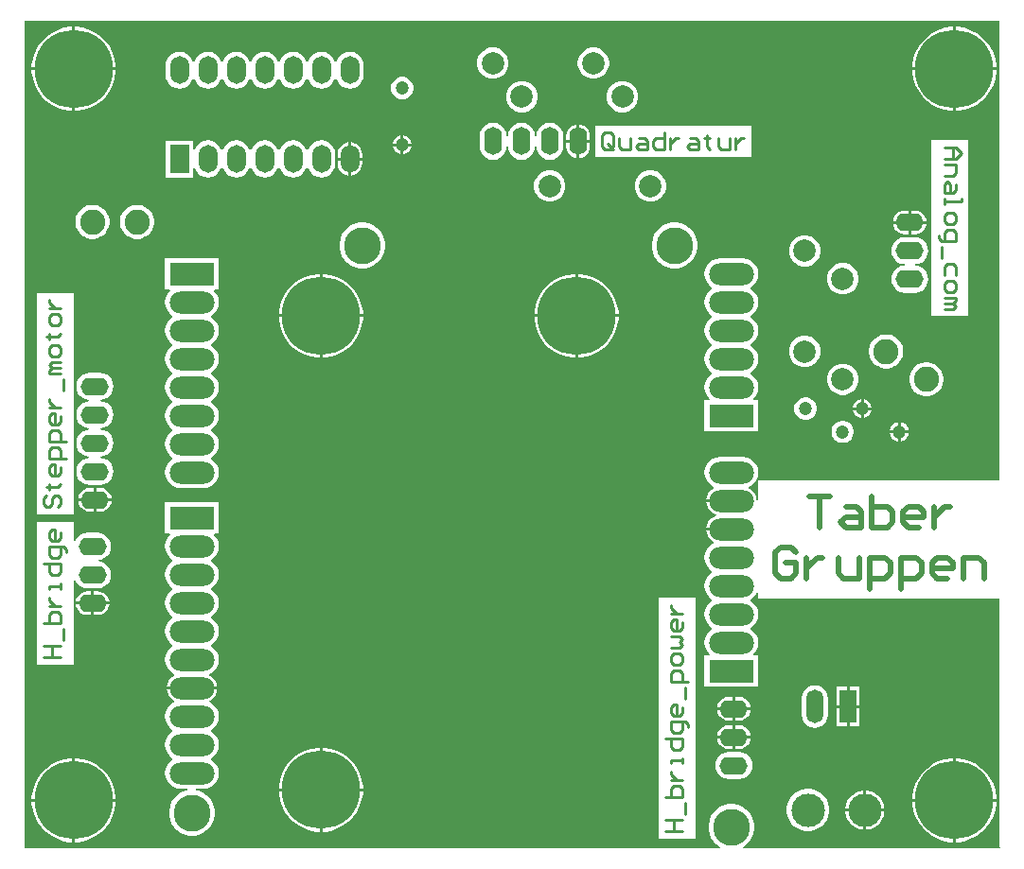
<source format=gbr>
%TF.GenerationSoftware,Altium Limited,Altium Designer,24.6.1 (21)*%
G04 Layer_Physical_Order=1*
G04 Layer_Color=255*
%FSLAX45Y45*%
%MOMM*%
%TF.SameCoordinates,00C5B58C-7B9D-40F4-BCB4-C120E55E61B4*%
%TF.FilePolarity,Positive*%
%TF.FileFunction,Copper,L1,Top,Signal*%
%TF.Part,Single*%
G01*
G75*
%TA.AperFunction,NonConductor*%
%ADD10C,0.50000*%
%ADD11C,0.25400*%
%TA.AperFunction,ComponentPad*%
%ADD12O,1.60000X2.50000*%
%ADD13O,2.50000X1.60000*%
%ADD14C,1.20000*%
%ADD15O,4.00000X2.00000*%
%ADD16R,4.00000X2.00000*%
%ADD17C,3.30000*%
%ADD18C,2.25000*%
%ADD19C,2.00000*%
%ADD20R,1.67600X2.50000*%
%ADD21O,1.67600X2.50000*%
%ADD22C,3.00000*%
%ADD23C,7.00000*%
%ADD24R,1.50000X3.00000*%
%ADD25O,1.50000X3.00000*%
G36*
X11260000Y5832253D02*
X9102824D01*
Y5659608D01*
X9090124Y5658776D01*
X9086772Y5684236D01*
X9074137Y5714741D01*
X9054036Y5740936D01*
X9027841Y5761037D01*
X9020087Y5764249D01*
Y5776949D01*
X9035204Y5783210D01*
X9064449Y5805651D01*
X9086890Y5834896D01*
X9100996Y5868953D01*
X9105808Y5905500D01*
X9100996Y5942047D01*
X9086890Y5976104D01*
X9064449Y6005349D01*
X9035204Y6027790D01*
X9001147Y6041896D01*
X8964600Y6046708D01*
X8764600D01*
X8728053Y6041896D01*
X8693996Y6027790D01*
X8664751Y6005349D01*
X8642310Y5976104D01*
X8628204Y5942047D01*
X8623392Y5905500D01*
X8628204Y5868953D01*
X8642310Y5834896D01*
X8664751Y5805651D01*
X8693996Y5783210D01*
X8709113Y5776949D01*
Y5764249D01*
X8701359Y5761037D01*
X8675164Y5740936D01*
X8655063Y5714741D01*
X8642428Y5684236D01*
X8639790Y5664200D01*
X8864600D01*
Y5638800D01*
X8639790D01*
X8642428Y5618764D01*
X8655063Y5588259D01*
X8675164Y5562064D01*
X8701359Y5541963D01*
X8726926Y5531373D01*
Y5517627D01*
X8701359Y5507037D01*
X8675164Y5486936D01*
X8655063Y5460741D01*
X8642428Y5430236D01*
X8639790Y5410200D01*
X8864600D01*
Y5384800D01*
X8639790D01*
X8642428Y5364764D01*
X8655063Y5334259D01*
X8675164Y5308064D01*
X8701359Y5287963D01*
X8709113Y5284751D01*
Y5272051D01*
X8693996Y5265790D01*
X8664751Y5243349D01*
X8642310Y5214104D01*
X8628204Y5180047D01*
X8623392Y5143500D01*
X8628204Y5106953D01*
X8642310Y5072896D01*
X8664751Y5043651D01*
X8690335Y5024020D01*
X8691362Y5020588D01*
Y5012412D01*
X8690335Y5008980D01*
X8664751Y4989349D01*
X8642310Y4960104D01*
X8628204Y4926047D01*
X8623392Y4889500D01*
X8628204Y4852953D01*
X8642310Y4818896D01*
X8664751Y4789651D01*
X8690335Y4770020D01*
X8691362Y4766588D01*
Y4758412D01*
X8690335Y4754980D01*
X8664751Y4735349D01*
X8642310Y4706104D01*
X8628204Y4672047D01*
X8623392Y4635500D01*
X8628204Y4598953D01*
X8642310Y4564896D01*
X8664751Y4535651D01*
X8690335Y4516020D01*
X8691362Y4512588D01*
Y4504412D01*
X8690335Y4500980D01*
X8664751Y4481349D01*
X8642310Y4452104D01*
X8628204Y4418047D01*
X8623392Y4381500D01*
X8628204Y4344953D01*
X8642310Y4310896D01*
X8664751Y4281651D01*
X8667520Y4279526D01*
X8663438Y4267500D01*
X8624600D01*
Y3987500D01*
X9104600D01*
Y4267500D01*
X9065762D01*
X9061680Y4279526D01*
X9064449Y4281651D01*
X9086890Y4310896D01*
X9100996Y4344953D01*
X9105808Y4381500D01*
X9100996Y4418047D01*
X9086890Y4452104D01*
X9064449Y4481349D01*
X9038865Y4500980D01*
X9037838Y4504412D01*
Y4512588D01*
X9038865Y4516020D01*
X9064449Y4535651D01*
X9086890Y4564896D01*
X9100996Y4598953D01*
X9105808Y4635500D01*
X9100996Y4672047D01*
X9086890Y4706104D01*
X9064449Y4735349D01*
X9038865Y4754980D01*
X9037838Y4758412D01*
Y4766588D01*
X9038865Y4770020D01*
X9064449Y4789651D01*
X9086890Y4818896D01*
X9090124Y4826705D01*
X9102824Y4824178D01*
Y4772500D01*
X11260000D01*
Y2560000D01*
X11270000Y2550000D01*
X11260000Y2540000D01*
X8971346D01*
X8967494Y2552700D01*
X8995280Y2571266D01*
X9023834Y2599820D01*
X9046268Y2633396D01*
X9061722Y2670704D01*
X9069600Y2710309D01*
Y2750691D01*
X9061722Y2790296D01*
X9046268Y2827604D01*
X9023834Y2861180D01*
X8995280Y2889734D01*
X8961704Y2912168D01*
X8924396Y2927622D01*
X8884791Y2935500D01*
X8844409D01*
X8804804Y2927622D01*
X8767496Y2912168D01*
X8733920Y2889734D01*
X8705366Y2861180D01*
X8682932Y2827604D01*
X8667478Y2790296D01*
X8659600Y2750691D01*
Y2710309D01*
X8667478Y2670704D01*
X8682932Y2633396D01*
X8705366Y2599820D01*
X8733920Y2571266D01*
X8761706Y2552700D01*
X8757854Y2540000D01*
X2540000D01*
Y9940000D01*
X2544142Y9950000D01*
X11260000D01*
Y5832253D01*
D02*
G37*
%LPC*%
G36*
X5452000Y9673068D02*
X5419682Y9668814D01*
X5389566Y9656339D01*
X5363705Y9636495D01*
X5343861Y9610634D01*
X5331387Y9580519D01*
X5318613D01*
X5306139Y9610634D01*
X5286295Y9636495D01*
X5260434Y9656339D01*
X5230318Y9668814D01*
X5198000Y9673068D01*
X5165682Y9668814D01*
X5135566Y9656339D01*
X5109705Y9636495D01*
X5089861Y9610634D01*
X5077387Y9580519D01*
X5064613D01*
X5052139Y9610634D01*
X5032295Y9636495D01*
X5006434Y9656339D01*
X4976318Y9668814D01*
X4944000Y9673068D01*
X4911682Y9668814D01*
X4881566Y9656339D01*
X4855705Y9636495D01*
X4835861Y9610634D01*
X4823387Y9580519D01*
X4810613D01*
X4798139Y9610634D01*
X4778295Y9636495D01*
X4752434Y9656339D01*
X4722318Y9668814D01*
X4690000Y9673068D01*
X4657682Y9668814D01*
X4627566Y9656339D01*
X4601705Y9636495D01*
X4581861Y9610634D01*
X4569387Y9580519D01*
X4556613D01*
X4544139Y9610634D01*
X4524295Y9636495D01*
X4498434Y9656339D01*
X4468318Y9668814D01*
X4436000Y9673068D01*
X4403682Y9668814D01*
X4373566Y9656339D01*
X4347705Y9636495D01*
X4327861Y9610634D01*
X4315387Y9580519D01*
X4302613D01*
X4290139Y9610634D01*
X4270295Y9636495D01*
X4244434Y9656339D01*
X4214318Y9668814D01*
X4182000Y9673068D01*
X4149682Y9668814D01*
X4119566Y9656339D01*
X4093705Y9636495D01*
X4073861Y9610634D01*
X4061387Y9580519D01*
X4048613D01*
X4036139Y9610634D01*
X4016295Y9636495D01*
X3990434Y9656339D01*
X3960318Y9668814D01*
X3928000Y9673068D01*
X3895682Y9668814D01*
X3865566Y9656339D01*
X3839705Y9636495D01*
X3819861Y9610634D01*
X3807387Y9580518D01*
X3803132Y9548200D01*
Y9465800D01*
X3807387Y9433482D01*
X3819861Y9403366D01*
X3839705Y9377505D01*
X3865566Y9357661D01*
X3895682Y9345187D01*
X3928000Y9340932D01*
X3960318Y9345187D01*
X3990434Y9357661D01*
X4016295Y9377505D01*
X4036139Y9403366D01*
X4048613Y9433482D01*
X4061387D01*
X4073861Y9403366D01*
X4093705Y9377505D01*
X4119566Y9357661D01*
X4149682Y9345187D01*
X4182000Y9340932D01*
X4214318Y9345187D01*
X4244434Y9357661D01*
X4270295Y9377505D01*
X4290139Y9403366D01*
X4302613Y9433482D01*
X4315387D01*
X4327861Y9403366D01*
X4347705Y9377505D01*
X4373566Y9357661D01*
X4403682Y9345187D01*
X4436000Y9340932D01*
X4468318Y9345187D01*
X4498434Y9357661D01*
X4524295Y9377505D01*
X4544139Y9403366D01*
X4556613Y9433482D01*
X4569387D01*
X4581861Y9403366D01*
X4601705Y9377505D01*
X4627566Y9357661D01*
X4657682Y9345187D01*
X4690000Y9340932D01*
X4722318Y9345187D01*
X4752434Y9357661D01*
X4778295Y9377505D01*
X4798139Y9403366D01*
X4810613Y9433482D01*
X4823387D01*
X4835861Y9403366D01*
X4855705Y9377505D01*
X4881566Y9357661D01*
X4911682Y9345187D01*
X4944000Y9340932D01*
X4976318Y9345187D01*
X5006434Y9357661D01*
X5032295Y9377505D01*
X5052139Y9403366D01*
X5064613Y9433482D01*
X5077387D01*
X5089861Y9403366D01*
X5109705Y9377505D01*
X5135566Y9357661D01*
X5165682Y9345187D01*
X5198000Y9340932D01*
X5230318Y9345187D01*
X5260434Y9357661D01*
X5286295Y9377505D01*
X5306139Y9403366D01*
X5318613Y9433482D01*
X5331387D01*
X5343861Y9403366D01*
X5363705Y9377505D01*
X5389566Y9357661D01*
X5419682Y9345187D01*
X5452000Y9340932D01*
X5484318Y9345187D01*
X5514434Y9357661D01*
X5540295Y9377505D01*
X5560139Y9403366D01*
X5572613Y9433482D01*
X5576868Y9465800D01*
Y9548200D01*
X5572613Y9580518D01*
X5560139Y9610634D01*
X5540295Y9636495D01*
X5514434Y9656339D01*
X5484318Y9668814D01*
X5452000Y9673068D01*
D02*
G37*
G36*
X10889545Y9895400D02*
X10872700D01*
Y9532700D01*
X11235400D01*
Y9549545D01*
X11226157Y9607906D01*
X11207897Y9664104D01*
X11181071Y9716752D01*
X11146339Y9764557D01*
X11104557Y9806339D01*
X11056753Y9841071D01*
X11004104Y9867897D01*
X10947906Y9886157D01*
X10889545Y9895400D01*
D02*
G37*
G36*
X10847300D02*
X10830456D01*
X10772094Y9886157D01*
X10715897Y9867897D01*
X10663248Y9841071D01*
X10615443Y9806339D01*
X10573661Y9764557D01*
X10538929Y9716752D01*
X10512103Y9664104D01*
X10493844Y9607906D01*
X10484600Y9549545D01*
Y9532700D01*
X10847300D01*
Y9895400D01*
D02*
G37*
G36*
X3009544D02*
X2992700D01*
Y9532700D01*
X3355400D01*
Y9549545D01*
X3346156Y9607906D01*
X3327897Y9664104D01*
X3301071Y9716752D01*
X3266339Y9764557D01*
X3224557Y9806339D01*
X3176752Y9841071D01*
X3124103Y9867897D01*
X3067906Y9886157D01*
X3009544Y9895400D01*
D02*
G37*
G36*
X2967300D02*
X2950455D01*
X2892094Y9886157D01*
X2835896Y9867897D01*
X2783247Y9841071D01*
X2735443Y9806339D01*
X2693661Y9764557D01*
X2658929Y9716752D01*
X2632103Y9664104D01*
X2613843Y9607906D01*
X2604600Y9549545D01*
Y9532700D01*
X2967300D01*
Y9895400D01*
D02*
G37*
G36*
X7648431Y9710000D02*
X7611569D01*
X7575962Y9700459D01*
X7544038Y9682028D01*
X7517972Y9655962D01*
X7499541Y9624038D01*
X7490000Y9588431D01*
Y9551569D01*
X7499541Y9515962D01*
X7517972Y9484038D01*
X7544038Y9457972D01*
X7575962Y9439541D01*
X7611569Y9430000D01*
X7648431D01*
X7684038Y9439541D01*
X7715962Y9457972D01*
X7742028Y9484038D01*
X7760459Y9515962D01*
X7770000Y9551569D01*
Y9588431D01*
X7760459Y9624038D01*
X7742028Y9655962D01*
X7715962Y9682028D01*
X7684038Y9700459D01*
X7648431Y9710000D01*
D02*
G37*
G36*
X6748431D02*
X6711569D01*
X6675962Y9700459D01*
X6644038Y9682028D01*
X6617972Y9655962D01*
X6599541Y9624038D01*
X6590000Y9588431D01*
Y9551569D01*
X6599541Y9515962D01*
X6617972Y9484038D01*
X6644038Y9457972D01*
X6675962Y9439541D01*
X6711569Y9430000D01*
X6748431D01*
X6784038Y9439541D01*
X6815962Y9457972D01*
X6842028Y9484038D01*
X6860459Y9515962D01*
X6870000Y9551569D01*
Y9588431D01*
X6860459Y9624038D01*
X6842028Y9655962D01*
X6815962Y9682028D01*
X6784038Y9700459D01*
X6748431Y9710000D01*
D02*
G37*
G36*
X5933165Y9448000D02*
X5906835D01*
X5881402Y9441185D01*
X5858599Y9428020D01*
X5839980Y9409401D01*
X5826815Y9386598D01*
X5820000Y9361165D01*
Y9334835D01*
X5826815Y9309402D01*
X5839980Y9286599D01*
X5858599Y9267980D01*
X5881402Y9254815D01*
X5906835Y9248000D01*
X5933165D01*
X5958598Y9254815D01*
X5981401Y9267980D01*
X6000020Y9286599D01*
X6013185Y9309402D01*
X6020000Y9334835D01*
Y9361165D01*
X6013185Y9386598D01*
X6000020Y9409401D01*
X5981401Y9428020D01*
X5958598Y9441185D01*
X5933165Y9448000D01*
D02*
G37*
G36*
X11235400Y9507300D02*
X10872700D01*
Y9144600D01*
X10889545D01*
X10947906Y9153844D01*
X11004104Y9172103D01*
X11056753Y9198929D01*
X11104557Y9233661D01*
X11146339Y9275443D01*
X11181071Y9323248D01*
X11207897Y9375896D01*
X11226157Y9432094D01*
X11235400Y9490455D01*
Y9507300D01*
D02*
G37*
G36*
X10847300D02*
X10484600D01*
Y9490455D01*
X10493844Y9432094D01*
X10512103Y9375896D01*
X10538929Y9323248D01*
X10573661Y9275443D01*
X10615443Y9233661D01*
X10663248Y9198929D01*
X10715897Y9172103D01*
X10772094Y9153844D01*
X10830456Y9144600D01*
X10847300D01*
Y9507300D01*
D02*
G37*
G36*
X3355400D02*
X2992700D01*
Y9144600D01*
X3009544D01*
X3067906Y9153844D01*
X3124103Y9172103D01*
X3176752Y9198929D01*
X3224557Y9233661D01*
X3266339Y9275443D01*
X3301071Y9323248D01*
X3327897Y9375896D01*
X3346156Y9432094D01*
X3355400Y9490455D01*
Y9507300D01*
D02*
G37*
G36*
X2967300D02*
X2604600D01*
Y9490455D01*
X2613843Y9432094D01*
X2632103Y9375896D01*
X2658929Y9323248D01*
X2693661Y9275443D01*
X2735443Y9233661D01*
X2783247Y9198929D01*
X2835896Y9172103D01*
X2892094Y9153844D01*
X2950455Y9144600D01*
X2967300D01*
Y9507300D01*
D02*
G37*
G36*
X7908431Y9410000D02*
X7871569D01*
X7835962Y9400459D01*
X7804038Y9382028D01*
X7777972Y9355962D01*
X7759541Y9324038D01*
X7750000Y9288431D01*
Y9251569D01*
X7759541Y9215962D01*
X7777972Y9184038D01*
X7804038Y9157972D01*
X7835962Y9139541D01*
X7871569Y9130000D01*
X7908431D01*
X7944038Y9139541D01*
X7975962Y9157972D01*
X8002028Y9184038D01*
X8020459Y9215962D01*
X8030000Y9251569D01*
Y9288431D01*
X8020459Y9324038D01*
X8002028Y9355962D01*
X7975962Y9382028D01*
X7944038Y9400459D01*
X7908431Y9410000D01*
D02*
G37*
G36*
X7008431D02*
X6971569D01*
X6935962Y9400459D01*
X6904038Y9382028D01*
X6877972Y9355962D01*
X6859541Y9324038D01*
X6850000Y9288431D01*
Y9251569D01*
X6859541Y9215962D01*
X6877972Y9184038D01*
X6904038Y9157972D01*
X6935962Y9139541D01*
X6971569Y9130000D01*
X7008431D01*
X7044038Y9139541D01*
X7075962Y9157972D01*
X7102028Y9184038D01*
X7120459Y9215962D01*
X7130000Y9251569D01*
Y9288431D01*
X7120459Y9324038D01*
X7102028Y9355962D01*
X7075962Y9382028D01*
X7044038Y9400459D01*
X7008431Y9410000D01*
D02*
G37*
G36*
X7240000Y9036036D02*
X7208674Y9031911D01*
X7179482Y9019820D01*
X7154415Y9000585D01*
X7135180Y8975518D01*
X7123089Y8946327D01*
X7119405Y8918343D01*
X7106595D01*
X7102911Y8946327D01*
X7090820Y8975518D01*
X7071585Y9000585D01*
X7046518Y9019820D01*
X7017326Y9031911D01*
X6986000Y9036036D01*
X6954674Y9031911D01*
X6925482Y9019820D01*
X6900415Y9000585D01*
X6881180Y8975518D01*
X6869089Y8946327D01*
X6865405Y8918343D01*
X6852595D01*
X6848911Y8946327D01*
X6836820Y8975518D01*
X6817585Y9000585D01*
X6792518Y9019820D01*
X6763326Y9031911D01*
X6732000Y9036036D01*
X6700674Y9031911D01*
X6671482Y9019820D01*
X6646415Y9000585D01*
X6627180Y8975518D01*
X6615089Y8946327D01*
X6610965Y8915000D01*
Y8825000D01*
X6615089Y8793674D01*
X6627180Y8764482D01*
X6646415Y8739415D01*
X6671482Y8720180D01*
X6700674Y8708089D01*
X6732000Y8703965D01*
X6763326Y8708089D01*
X6792518Y8720180D01*
X6817585Y8739415D01*
X6836820Y8764482D01*
X6848911Y8793674D01*
X6852595Y8821657D01*
X6865405D01*
X6869089Y8793674D01*
X6881180Y8764482D01*
X6900415Y8739415D01*
X6925482Y8720180D01*
X6954674Y8708089D01*
X6986000Y8703965D01*
X7017326Y8708089D01*
X7046518Y8720180D01*
X7071585Y8739415D01*
X7090820Y8764482D01*
X7102911Y8793674D01*
X7106595Y8821657D01*
X7119405D01*
X7123089Y8793674D01*
X7135180Y8764482D01*
X7154415Y8739415D01*
X7179482Y8720180D01*
X7208674Y8708089D01*
X7240000Y8703965D01*
X7271326Y8708089D01*
X7300518Y8720180D01*
X7325585Y8739415D01*
X7344820Y8764482D01*
X7356911Y8793674D01*
X7361035Y8825000D01*
Y8915000D01*
X7356911Y8946327D01*
X7344820Y8975518D01*
X7325585Y9000585D01*
X7300518Y9019820D01*
X7271326Y9031911D01*
X7240000Y9036036D01*
D02*
G37*
G36*
X7506700Y9019638D02*
Y8882700D01*
X7600309D01*
Y8915000D01*
X7596687Y8942515D01*
X7586067Y8968155D01*
X7569172Y8990172D01*
X7547155Y9007067D01*
X7521515Y9017687D01*
X7506700Y9019638D01*
D02*
G37*
G36*
X7481300D02*
X7466485Y9017687D01*
X7440845Y9007067D01*
X7418828Y8990172D01*
X7401933Y8968155D01*
X7391313Y8942515D01*
X7387691Y8915000D01*
Y8882700D01*
X7481300D01*
Y9019638D01*
D02*
G37*
G36*
X5932701Y8925009D02*
Y8852700D01*
X6005010D01*
X5999580Y8872963D01*
X5988337Y8892437D01*
X5972437Y8908337D01*
X5952963Y8919580D01*
X5932701Y8925009D01*
D02*
G37*
G36*
X5907301Y8925010D02*
X5887037Y8919580D01*
X5867563Y8908337D01*
X5851663Y8892437D01*
X5840420Y8872963D01*
X5834991Y8852700D01*
X5907301D01*
Y8925010D01*
D02*
G37*
G36*
X5198000Y8879068D02*
X5165682Y8874814D01*
X5135566Y8862339D01*
X5109705Y8842495D01*
X5089861Y8816634D01*
X5077387Y8786519D01*
X5064613D01*
X5052139Y8816634D01*
X5032295Y8842495D01*
X5006434Y8862339D01*
X4976318Y8874814D01*
X4944000Y8879068D01*
X4911682Y8874814D01*
X4881566Y8862339D01*
X4855705Y8842495D01*
X4835861Y8816634D01*
X4823387Y8786519D01*
X4810613D01*
X4798139Y8816634D01*
X4778295Y8842495D01*
X4752434Y8862339D01*
X4722318Y8874814D01*
X4690000Y8879068D01*
X4657682Y8874814D01*
X4627566Y8862339D01*
X4601705Y8842495D01*
X4581861Y8816634D01*
X4569387Y8786519D01*
X4556613D01*
X4544139Y8816634D01*
X4524295Y8842495D01*
X4498434Y8862339D01*
X4468318Y8874814D01*
X4436000Y8879068D01*
X4403682Y8874814D01*
X4373566Y8862339D01*
X4347705Y8842495D01*
X4327861Y8816634D01*
X4315387Y8786519D01*
X4302613D01*
X4290139Y8816634D01*
X4270295Y8842495D01*
X4244434Y8862339D01*
X4214318Y8874814D01*
X4182000Y8879068D01*
X4149682Y8874814D01*
X4119566Y8862339D01*
X4093705Y8842495D01*
X4073861Y8816634D01*
X4064500Y8794035D01*
X4051800Y8796561D01*
Y8878000D01*
X3804200D01*
Y8548000D01*
X4051800D01*
Y8629439D01*
X4064500Y8631965D01*
X4073861Y8609366D01*
X4093705Y8583505D01*
X4119566Y8563661D01*
X4149682Y8551187D01*
X4182000Y8546932D01*
X4214318Y8551187D01*
X4244434Y8563661D01*
X4270295Y8583505D01*
X4290139Y8609366D01*
X4302613Y8639482D01*
X4315387D01*
X4327861Y8609366D01*
X4347705Y8583505D01*
X4373566Y8563661D01*
X4403682Y8551187D01*
X4436000Y8546932D01*
X4468318Y8551187D01*
X4498434Y8563661D01*
X4524295Y8583505D01*
X4544139Y8609366D01*
X4556613Y8639482D01*
X4569387D01*
X4581861Y8609366D01*
X4601705Y8583505D01*
X4627566Y8563661D01*
X4657682Y8551187D01*
X4690000Y8546932D01*
X4722318Y8551187D01*
X4752434Y8563661D01*
X4778295Y8583505D01*
X4798139Y8609366D01*
X4810613Y8639482D01*
X4823387D01*
X4835861Y8609366D01*
X4855705Y8583505D01*
X4881566Y8563661D01*
X4911682Y8551187D01*
X4944000Y8546932D01*
X4976318Y8551187D01*
X5006434Y8563661D01*
X5032295Y8583505D01*
X5052139Y8609366D01*
X5064613Y8639482D01*
X5077387D01*
X5089861Y8609366D01*
X5109705Y8583505D01*
X5135566Y8563661D01*
X5165682Y8551187D01*
X5198000Y8546932D01*
X5230318Y8551187D01*
X5260434Y8563661D01*
X5286295Y8583505D01*
X5306139Y8609366D01*
X5318613Y8639482D01*
X5322868Y8671800D01*
Y8754200D01*
X5318613Y8786518D01*
X5306139Y8816634D01*
X5286295Y8842495D01*
X5260434Y8862339D01*
X5230318Y8874814D01*
X5198000Y8879068D01*
D02*
G37*
G36*
X6005010Y8827300D02*
X5932701D01*
Y8754991D01*
X5952963Y8760420D01*
X5972437Y8771663D01*
X5988337Y8787563D01*
X5999580Y8807037D01*
X6005010Y8827300D01*
D02*
G37*
G36*
X5907301D02*
X5834991D01*
X5840420Y8807037D01*
X5851663Y8787563D01*
X5867563Y8771663D01*
X5887037Y8760420D01*
X5907301Y8754990D01*
Y8827300D01*
D02*
G37*
G36*
X9045195Y9011575D02*
X7644806D01*
Y8728425D01*
X9045195D01*
Y9011575D01*
D02*
G37*
G36*
X5464701Y8862670D02*
Y8725700D01*
X5562142D01*
Y8754200D01*
X5558389Y8782707D01*
X5547386Y8809271D01*
X5529882Y8832082D01*
X5507071Y8849586D01*
X5480507Y8860589D01*
X5464701Y8862670D01*
D02*
G37*
G36*
X5439301Y8862671D02*
X5423493Y8860589D01*
X5396929Y8849586D01*
X5374118Y8832082D01*
X5356614Y8809271D01*
X5345611Y8782707D01*
X5341858Y8754200D01*
Y8725700D01*
X5439301D01*
Y8862671D01*
D02*
G37*
G36*
X7600309Y8857300D02*
X7506700D01*
Y8720362D01*
X7521515Y8722313D01*
X7547155Y8732933D01*
X7569172Y8749828D01*
X7586067Y8771845D01*
X7596687Y8797485D01*
X7600309Y8825000D01*
Y8857300D01*
D02*
G37*
G36*
X7481300D02*
X7387691D01*
Y8825000D01*
X7391313Y8797485D01*
X7401933Y8771845D01*
X7418828Y8749828D01*
X7440845Y8732933D01*
X7466485Y8722313D01*
X7481300Y8720362D01*
Y8857300D01*
D02*
G37*
G36*
X5562142Y8700300D02*
X5464701D01*
Y8563330D01*
X5480507Y8565411D01*
X5507071Y8576414D01*
X5529882Y8593918D01*
X5547386Y8616729D01*
X5558389Y8643293D01*
X5562142Y8671800D01*
Y8700300D01*
D02*
G37*
G36*
X5439301D02*
X5341858D01*
Y8671800D01*
X5345611Y8643293D01*
X5356614Y8616729D01*
X5374118Y8593918D01*
X5396929Y8576414D01*
X5423493Y8565411D01*
X5439301Y8563330D01*
Y8700300D01*
D02*
G37*
G36*
X8158431Y8610000D02*
X8121569D01*
X8085962Y8600459D01*
X8054038Y8582028D01*
X8027972Y8555962D01*
X8009541Y8524038D01*
X8000000Y8488431D01*
Y8451569D01*
X8009541Y8415962D01*
X8027972Y8384038D01*
X8054038Y8357972D01*
X8085962Y8339541D01*
X8121569Y8330000D01*
X8158431D01*
X8194038Y8339541D01*
X8225962Y8357972D01*
X8252028Y8384038D01*
X8270459Y8415962D01*
X8280000Y8451569D01*
Y8488431D01*
X8270459Y8524038D01*
X8252028Y8555962D01*
X8225962Y8582028D01*
X8194038Y8600459D01*
X8158431Y8610000D01*
D02*
G37*
G36*
X7258431D02*
X7221569D01*
X7185962Y8600459D01*
X7154038Y8582028D01*
X7127972Y8555962D01*
X7109541Y8524038D01*
X7100000Y8488431D01*
Y8451569D01*
X7109541Y8415962D01*
X7127972Y8384038D01*
X7154038Y8357972D01*
X7185962Y8339541D01*
X7221569Y8330000D01*
X7258431D01*
X7294038Y8339541D01*
X7325962Y8357972D01*
X7352028Y8384038D01*
X7370459Y8415962D01*
X7380000Y8451569D01*
Y8488431D01*
X7370459Y8524038D01*
X7352028Y8555962D01*
X7325962Y8582028D01*
X7294038Y8600459D01*
X7258431Y8610000D01*
D02*
G37*
G36*
X10505000Y8250309D02*
X10472700D01*
Y8156699D01*
X10609638D01*
X10607687Y8171515D01*
X10597067Y8197155D01*
X10580172Y8219172D01*
X10558155Y8236067D01*
X10532515Y8246687D01*
X10505000Y8250309D01*
D02*
G37*
G36*
X10447300D02*
X10415000D01*
X10387485Y8246687D01*
X10361845Y8236067D01*
X10339828Y8219172D01*
X10322933Y8197155D01*
X10312313Y8171515D01*
X10310362Y8156699D01*
X10447300D01*
Y8250309D01*
D02*
G37*
G36*
X10609637Y8131299D02*
X10472700D01*
Y8037691D01*
X10505000D01*
X10532515Y8041313D01*
X10558155Y8051933D01*
X10580172Y8068828D01*
X10597067Y8090845D01*
X10607687Y8116485D01*
X10609637Y8131299D01*
D02*
G37*
G36*
X10447300D02*
X10310362D01*
X10312313Y8116485D01*
X10322933Y8090845D01*
X10339828Y8068828D01*
X10361845Y8051933D01*
X10387485Y8041313D01*
X10415000Y8037691D01*
X10447300D01*
Y8131299D01*
D02*
G37*
G36*
X3562520Y8302500D02*
X3532480D01*
X3503017Y8296639D01*
X3475264Y8285143D01*
X3450287Y8268454D01*
X3429045Y8247213D01*
X3412356Y8222236D01*
X3400861Y8194482D01*
X3395000Y8165020D01*
Y8134980D01*
X3400861Y8105517D01*
X3412356Y8077764D01*
X3429045Y8052787D01*
X3450287Y8031546D01*
X3475264Y8014856D01*
X3503017Y8003361D01*
X3532480Y7997500D01*
X3562520D01*
X3591982Y8003361D01*
X3619736Y8014856D01*
X3644713Y8031546D01*
X3665954Y8052787D01*
X3682643Y8077764D01*
X3694139Y8105517D01*
X3700000Y8134980D01*
Y8165020D01*
X3694139Y8194482D01*
X3682643Y8222236D01*
X3665954Y8247213D01*
X3644713Y8268454D01*
X3619736Y8285143D01*
X3591982Y8296639D01*
X3562520Y8302500D01*
D02*
G37*
G36*
X3162520D02*
X3132480D01*
X3103017Y8296639D01*
X3075264Y8285143D01*
X3050287Y8268454D01*
X3029046Y8247213D01*
X3012356Y8222236D01*
X3000861Y8194482D01*
X2995000Y8165020D01*
Y8134980D01*
X3000861Y8105517D01*
X3012356Y8077764D01*
X3029046Y8052787D01*
X3050287Y8031546D01*
X3075264Y8014856D01*
X3103017Y8003361D01*
X3132480Y7997500D01*
X3162520D01*
X3191982Y8003361D01*
X3219736Y8014856D01*
X3244713Y8031546D01*
X3265954Y8052787D01*
X3282643Y8077764D01*
X3294139Y8105517D01*
X3300000Y8134980D01*
Y8165020D01*
X3294139Y8194482D01*
X3282643Y8222236D01*
X3265954Y8247213D01*
X3244713Y8268454D01*
X3219736Y8285143D01*
X3191982Y8296639D01*
X3162520Y8302500D01*
D02*
G37*
G36*
X9538431Y8030000D02*
X9501569D01*
X9465962Y8020459D01*
X9434038Y8002028D01*
X9407972Y7975962D01*
X9389541Y7944038D01*
X9380000Y7908431D01*
Y7871569D01*
X9389541Y7835962D01*
X9407972Y7804038D01*
X9434038Y7777972D01*
X9465962Y7759541D01*
X9501569Y7750000D01*
X9538431D01*
X9574038Y7759541D01*
X9605962Y7777972D01*
X9632028Y7804038D01*
X9650459Y7835962D01*
X9660000Y7871569D01*
Y7908431D01*
X9650459Y7944038D01*
X9632028Y7975962D01*
X9605962Y8002028D01*
X9574038Y8020459D01*
X9538431Y8030000D01*
D02*
G37*
G36*
X8376791Y8142500D02*
X8336409D01*
X8296804Y8134622D01*
X8259496Y8119168D01*
X8225920Y8096734D01*
X8197366Y8068180D01*
X8174932Y8034604D01*
X8159478Y7997296D01*
X8151600Y7957691D01*
Y7917309D01*
X8159478Y7877704D01*
X8174932Y7840396D01*
X8197366Y7806820D01*
X8225920Y7778266D01*
X8259496Y7755832D01*
X8296804Y7740378D01*
X8336409Y7732500D01*
X8376791D01*
X8416396Y7740378D01*
X8453704Y7755832D01*
X8487280Y7778266D01*
X8515834Y7806820D01*
X8538268Y7840396D01*
X8553722Y7877704D01*
X8561600Y7917309D01*
Y7957691D01*
X8553722Y7997296D01*
X8538268Y8034604D01*
X8515834Y8068180D01*
X8487280Y8096734D01*
X8453704Y8119168D01*
X8416396Y8134622D01*
X8376791Y8142500D01*
D02*
G37*
G36*
X5582791D02*
X5542409D01*
X5502804Y8134622D01*
X5465496Y8119168D01*
X5431920Y8096734D01*
X5403366Y8068180D01*
X5380932Y8034604D01*
X5365478Y7997296D01*
X5357600Y7957691D01*
Y7917309D01*
X5365478Y7877704D01*
X5380932Y7840396D01*
X5403366Y7806820D01*
X5431920Y7778266D01*
X5465496Y7755832D01*
X5502804Y7740378D01*
X5542409Y7732500D01*
X5582791D01*
X5622396Y7740378D01*
X5659704Y7755832D01*
X5693280Y7778266D01*
X5721834Y7806820D01*
X5744268Y7840396D01*
X5759722Y7877704D01*
X5767600Y7917309D01*
Y7957691D01*
X5759722Y7997296D01*
X5744268Y8034604D01*
X5721834Y8068180D01*
X5693280Y8096734D01*
X5659704Y8119168D01*
X5622396Y8134622D01*
X5582791Y8142500D01*
D02*
G37*
G36*
X10505000Y8011035D02*
X10415000D01*
X10383673Y8006911D01*
X10354482Y7994820D01*
X10329415Y7975585D01*
X10310180Y7950517D01*
X10298089Y7921326D01*
X10293964Y7890000D01*
X10298089Y7858674D01*
X10310180Y7829482D01*
X10329415Y7804415D01*
X10354482Y7785180D01*
X10383673Y7773089D01*
X10411657Y7769405D01*
Y7756595D01*
X10383673Y7752911D01*
X10354482Y7740820D01*
X10329415Y7721585D01*
X10310180Y7696518D01*
X10298089Y7667326D01*
X10293964Y7636000D01*
X10298089Y7604674D01*
X10310180Y7575482D01*
X10329415Y7550415D01*
X10354482Y7531180D01*
X10383673Y7519089D01*
X10415000Y7514965D01*
X10505000D01*
X10536326Y7519089D01*
X10565518Y7531180D01*
X10590585Y7550415D01*
X10609820Y7575482D01*
X10621911Y7604674D01*
X10626035Y7636000D01*
X10621911Y7667326D01*
X10609820Y7696518D01*
X10590585Y7721585D01*
X10565518Y7740820D01*
X10536326Y7752911D01*
X10508343Y7756595D01*
Y7769405D01*
X10536326Y7773089D01*
X10565518Y7785180D01*
X10590585Y7804415D01*
X10609820Y7829482D01*
X10621911Y7858674D01*
X10626035Y7890000D01*
X10621911Y7921326D01*
X10609820Y7950517D01*
X10590585Y7975585D01*
X10565518Y7994820D01*
X10536326Y8006911D01*
X10505000Y8011035D01*
D02*
G37*
G36*
X9878431Y7780000D02*
X9841569D01*
X9805962Y7770459D01*
X9774038Y7752028D01*
X9747972Y7725962D01*
X9729541Y7694038D01*
X9720000Y7658431D01*
Y7621569D01*
X9729541Y7585962D01*
X9747972Y7554038D01*
X9774038Y7527972D01*
X9805962Y7509541D01*
X9841569Y7500000D01*
X9878431D01*
X9914038Y7509541D01*
X9945962Y7527972D01*
X9972028Y7554038D01*
X9990459Y7585962D01*
X10000000Y7621569D01*
Y7658431D01*
X9990459Y7694038D01*
X9972028Y7725962D01*
X9945962Y7752028D01*
X9914038Y7770459D01*
X9878431Y7780000D01*
D02*
G37*
G36*
X7509345Y7684202D02*
X7492501D01*
Y7321502D01*
X7855201D01*
Y7338347D01*
X7845957Y7396708D01*
X7827698Y7452906D01*
X7800872Y7505554D01*
X7766140Y7553359D01*
X7724358Y7595141D01*
X7676553Y7629873D01*
X7623904Y7656699D01*
X7567707Y7674958D01*
X7509345Y7684202D01*
D02*
G37*
G36*
X7467101D02*
X7450256D01*
X7391895Y7674958D01*
X7335697Y7656699D01*
X7283048Y7629873D01*
X7235244Y7595141D01*
X7193462Y7553359D01*
X7158730Y7505554D01*
X7131904Y7452906D01*
X7113644Y7396708D01*
X7104401Y7338347D01*
Y7321502D01*
X7467101D01*
Y7684202D01*
D02*
G37*
G36*
X5223345D02*
X5206501D01*
Y7321502D01*
X5569201D01*
Y7338347D01*
X5559957Y7396708D01*
X5541698Y7452906D01*
X5514872Y7505554D01*
X5480140Y7553359D01*
X5438358Y7595141D01*
X5390553Y7629873D01*
X5337904Y7656699D01*
X5281707Y7674958D01*
X5223345Y7684202D01*
D02*
G37*
G36*
X5181101D02*
X5164256D01*
X5105895Y7674958D01*
X5049697Y7656699D01*
X4997048Y7629873D01*
X4949244Y7595141D01*
X4907462Y7553359D01*
X4872730Y7505554D01*
X4845904Y7452906D01*
X4827644Y7396708D01*
X4818401Y7338347D01*
Y7321502D01*
X5181101D01*
Y7684202D01*
D02*
G37*
G36*
X10986967Y8883066D02*
X10653033D01*
Y7304934D01*
X10986967D01*
Y8883066D01*
D02*
G37*
G36*
X7855201Y7296102D02*
X7492501D01*
Y6933402D01*
X7509345D01*
X7567707Y6942645D01*
X7623904Y6960905D01*
X7676553Y6987731D01*
X7724358Y7022463D01*
X7766140Y7064245D01*
X7800872Y7112050D01*
X7827698Y7164698D01*
X7845957Y7220896D01*
X7855201Y7279257D01*
Y7296102D01*
D02*
G37*
G36*
X7467101D02*
X7104401D01*
Y7279257D01*
X7113644Y7220896D01*
X7131904Y7164698D01*
X7158730Y7112050D01*
X7193462Y7064245D01*
X7235244Y7022463D01*
X7283048Y6987731D01*
X7335697Y6960905D01*
X7391895Y6942645D01*
X7450256Y6933402D01*
X7467101D01*
Y7296102D01*
D02*
G37*
G36*
X5569201D02*
X5206501D01*
Y6933402D01*
X5223345D01*
X5281707Y6942645D01*
X5337904Y6960905D01*
X5390553Y6987731D01*
X5438358Y7022463D01*
X5480140Y7064245D01*
X5514872Y7112050D01*
X5541698Y7164698D01*
X5559957Y7220896D01*
X5569201Y7279257D01*
Y7296102D01*
D02*
G37*
G36*
X5181101D02*
X4818401D01*
Y7279257D01*
X4827644Y7220896D01*
X4845904Y7164698D01*
X4872730Y7112050D01*
X4907462Y7064245D01*
X4949244Y7022463D01*
X4997048Y6987731D01*
X5049697Y6960905D01*
X5105895Y6942645D01*
X5164256Y6933402D01*
X5181101D01*
Y7296102D01*
D02*
G37*
G36*
X9538431Y7130000D02*
X9501569D01*
X9465962Y7120459D01*
X9434038Y7102028D01*
X9407972Y7075962D01*
X9389541Y7044038D01*
X9380000Y7008431D01*
Y6971569D01*
X9389541Y6935962D01*
X9407972Y6904038D01*
X9434038Y6877972D01*
X9465962Y6859541D01*
X9501569Y6850000D01*
X9538431D01*
X9574038Y6859541D01*
X9605962Y6877972D01*
X9632028Y6904038D01*
X9650459Y6935962D01*
X9660000Y6971569D01*
Y7008431D01*
X9650459Y7044038D01*
X9632028Y7075962D01*
X9605962Y7102028D01*
X9574038Y7120459D01*
X9538431Y7130000D01*
D02*
G37*
G36*
X10265020Y7142500D02*
X10234980D01*
X10205518Y7136639D01*
X10177764Y7125143D01*
X10152787Y7108454D01*
X10131546Y7087213D01*
X10114857Y7062236D01*
X10103361Y7034483D01*
X10097500Y7005020D01*
Y6974980D01*
X10103361Y6945517D01*
X10114857Y6917764D01*
X10131546Y6892787D01*
X10152787Y6871546D01*
X10177764Y6854856D01*
X10205518Y6843361D01*
X10234980Y6837500D01*
X10265020D01*
X10294483Y6843361D01*
X10322236Y6854856D01*
X10347213Y6871546D01*
X10368454Y6892787D01*
X10385144Y6917764D01*
X10396639Y6945517D01*
X10402500Y6974980D01*
Y7005020D01*
X10396639Y7034483D01*
X10385144Y7062236D01*
X10368454Y7087213D01*
X10347213Y7108454D01*
X10322236Y7125143D01*
X10294483Y7136639D01*
X10265020Y7142500D01*
D02*
G37*
G36*
X9878431Y6880000D02*
X9841569D01*
X9805962Y6870459D01*
X9774038Y6852028D01*
X9747972Y6825962D01*
X9729541Y6794038D01*
X9720000Y6758431D01*
Y6721569D01*
X9729541Y6685962D01*
X9747972Y6654038D01*
X9774038Y6627972D01*
X9805962Y6609541D01*
X9841569Y6600000D01*
X9878431D01*
X9914038Y6609541D01*
X9945962Y6627972D01*
X9972028Y6654038D01*
X9990459Y6685962D01*
X10000000Y6721569D01*
Y6758431D01*
X9990459Y6794038D01*
X9972028Y6825962D01*
X9945962Y6852028D01*
X9914038Y6870459D01*
X9878431Y6880000D01*
D02*
G37*
G36*
X10625020Y6892500D02*
X10594980D01*
X10565518Y6886639D01*
X10537764Y6875143D01*
X10512787Y6858454D01*
X10491546Y6837213D01*
X10474857Y6812236D01*
X10463361Y6784482D01*
X10457500Y6755020D01*
Y6724980D01*
X10463361Y6695517D01*
X10474857Y6667764D01*
X10491546Y6642787D01*
X10512787Y6621546D01*
X10537764Y6604856D01*
X10565518Y6593361D01*
X10594980Y6587500D01*
X10625020D01*
X10654483Y6593361D01*
X10682236Y6604856D01*
X10707213Y6621546D01*
X10728455Y6642787D01*
X10745144Y6667764D01*
X10756639Y6695517D01*
X10762500Y6724980D01*
Y6755020D01*
X10756639Y6784482D01*
X10745144Y6812236D01*
X10728455Y6837213D01*
X10707213Y6858454D01*
X10682236Y6875143D01*
X10654483Y6886639D01*
X10625020Y6892500D01*
D02*
G37*
G36*
X10048201Y6562510D02*
Y6490200D01*
X10120510D01*
X10115080Y6510463D01*
X10103837Y6529937D01*
X10087937Y6545837D01*
X10068463Y6557080D01*
X10048201Y6562510D01*
D02*
G37*
G36*
X10022801Y6562510D02*
X10002537Y6557080D01*
X9983063Y6545837D01*
X9967163Y6529937D01*
X9955920Y6510463D01*
X9950490Y6490200D01*
X10022801D01*
Y6562510D01*
D02*
G37*
G36*
X10120510Y6464800D02*
X10048201D01*
Y6392491D01*
X10068463Y6397920D01*
X10087937Y6409163D01*
X10103837Y6425063D01*
X10115080Y6444537D01*
X10120510Y6464800D01*
D02*
G37*
G36*
X10022801D02*
X9950491D01*
X9955920Y6444537D01*
X9967163Y6425063D01*
X9983063Y6409163D01*
X10002537Y6397920D01*
X10022801Y6392490D01*
Y6464800D01*
D02*
G37*
G36*
X9540665Y6577500D02*
X9514335D01*
X9488902Y6570685D01*
X9466099Y6557520D01*
X9447480Y6538901D01*
X9434315Y6516098D01*
X9427500Y6490665D01*
Y6464335D01*
X9434315Y6438902D01*
X9447480Y6416099D01*
X9466099Y6397480D01*
X9488902Y6384315D01*
X9514335Y6377500D01*
X9540665D01*
X9566098Y6384315D01*
X9588901Y6397480D01*
X9607520Y6416099D01*
X9620685Y6438902D01*
X9627500Y6464335D01*
Y6490665D01*
X9620685Y6516098D01*
X9607520Y6538901D01*
X9588901Y6557520D01*
X9566098Y6570685D01*
X9540665Y6577500D01*
D02*
G37*
G36*
X10380699Y6355010D02*
Y6282700D01*
X10453009D01*
X10447580Y6302963D01*
X10436337Y6322437D01*
X10420437Y6338337D01*
X10400963Y6349580D01*
X10380699Y6355010D01*
D02*
G37*
G36*
X10355299Y6355009D02*
X10335037Y6349580D01*
X10315563Y6338337D01*
X10299663Y6322437D01*
X10288420Y6302963D01*
X10282991Y6282700D01*
X10355299D01*
Y6355009D01*
D02*
G37*
G36*
X8964600Y7824708D02*
X8764600D01*
X8728053Y7819896D01*
X8693996Y7805790D01*
X8664751Y7783349D01*
X8642310Y7754104D01*
X8628204Y7720047D01*
X8623392Y7683500D01*
X8628204Y7646953D01*
X8642310Y7612896D01*
X8664751Y7583651D01*
X8690335Y7564020D01*
X8691362Y7560588D01*
Y7552412D01*
X8690335Y7548980D01*
X8664751Y7529349D01*
X8642310Y7500104D01*
X8628204Y7466047D01*
X8623392Y7429500D01*
X8628204Y7392953D01*
X8642310Y7358896D01*
X8664751Y7329651D01*
X8690335Y7310020D01*
X8691362Y7306588D01*
Y7298412D01*
X8690335Y7294980D01*
X8664751Y7275349D01*
X8642310Y7246104D01*
X8628204Y7212047D01*
X8623392Y7175500D01*
X8628204Y7138953D01*
X8642310Y7104896D01*
X8664751Y7075651D01*
X8690335Y7056020D01*
X8691362Y7052588D01*
Y7044412D01*
X8690335Y7040980D01*
X8664751Y7021349D01*
X8642310Y6992104D01*
X8628204Y6958047D01*
X8623392Y6921500D01*
X8628204Y6884953D01*
X8642310Y6850896D01*
X8664751Y6821651D01*
X8690335Y6802020D01*
X8691362Y6798588D01*
Y6790412D01*
X8690335Y6786980D01*
X8664751Y6767349D01*
X8642310Y6738104D01*
X8628204Y6704047D01*
X8623392Y6667500D01*
X8628204Y6630953D01*
X8642310Y6596896D01*
X8664751Y6567651D01*
X8667520Y6565526D01*
X8663438Y6553500D01*
X8624600D01*
Y6273500D01*
X9104600D01*
Y6553500D01*
X9065762D01*
X9061680Y6565526D01*
X9064449Y6567651D01*
X9086890Y6596896D01*
X9100996Y6630953D01*
X9105808Y6667500D01*
X9100996Y6704047D01*
X9086890Y6738104D01*
X9064449Y6767349D01*
X9038865Y6786980D01*
X9037838Y6790412D01*
Y6798588D01*
X9038865Y6802020D01*
X9064449Y6821651D01*
X9086890Y6850896D01*
X9100996Y6884953D01*
X9105808Y6921500D01*
X9100996Y6958047D01*
X9086890Y6992104D01*
X9064449Y7021349D01*
X9038865Y7040980D01*
X9037838Y7044412D01*
Y7052588D01*
X9038865Y7056020D01*
X9064449Y7075651D01*
X9086890Y7104896D01*
X9100996Y7138953D01*
X9105808Y7175500D01*
X9100996Y7212047D01*
X9086890Y7246104D01*
X9064449Y7275349D01*
X9038865Y7294980D01*
X9037838Y7298412D01*
Y7306588D01*
X9038865Y7310020D01*
X9064449Y7329651D01*
X9086890Y7358896D01*
X9100996Y7392953D01*
X9105808Y7429500D01*
X9100996Y7466047D01*
X9086890Y7500104D01*
X9064449Y7529349D01*
X9038865Y7548980D01*
X9037838Y7552412D01*
Y7560588D01*
X9038865Y7564020D01*
X9064449Y7583651D01*
X9086890Y7612896D01*
X9100996Y7646953D01*
X9105808Y7683500D01*
X9100996Y7720047D01*
X9086890Y7754104D01*
X9064449Y7783349D01*
X9035204Y7805790D01*
X9001147Y7819896D01*
X8964600Y7824708D01*
D02*
G37*
G36*
X10355299Y6257300D02*
X10282990D01*
X10288420Y6237037D01*
X10299663Y6217563D01*
X10315563Y6201663D01*
X10335037Y6190420D01*
X10355299Y6184991D01*
Y6257300D01*
D02*
G37*
G36*
X10453010D02*
X10380699D01*
Y6184990D01*
X10400963Y6190420D01*
X10420437Y6201663D01*
X10436337Y6217563D01*
X10447580Y6237037D01*
X10453010Y6257300D01*
D02*
G37*
G36*
X9873165Y6370000D02*
X9846835D01*
X9821402Y6363185D01*
X9798599Y6350020D01*
X9779980Y6331401D01*
X9766815Y6308598D01*
X9760000Y6283165D01*
Y6256835D01*
X9766815Y6231402D01*
X9779980Y6208599D01*
X9798599Y6189980D01*
X9821402Y6176815D01*
X9846835Y6170000D01*
X9873165D01*
X9898598Y6176815D01*
X9921401Y6189980D01*
X9940020Y6208599D01*
X9953185Y6231402D01*
X9960000Y6256835D01*
Y6283165D01*
X9953185Y6308598D01*
X9940020Y6331401D01*
X9921401Y6350020D01*
X9898598Y6363185D01*
X9873165Y6370000D01*
D02*
G37*
G36*
X3215000Y6797535D02*
X3125000D01*
X3093674Y6793411D01*
X3064482Y6781320D01*
X3039415Y6762085D01*
X3020180Y6737018D01*
X3008089Y6707826D01*
X3003965Y6676500D01*
X3008089Y6645174D01*
X3020180Y6615982D01*
X3039415Y6590915D01*
X3064482Y6571680D01*
X3093674Y6559589D01*
X3121657Y6555905D01*
Y6543095D01*
X3093674Y6539411D01*
X3064482Y6527320D01*
X3039415Y6508085D01*
X3020180Y6483018D01*
X3008089Y6453826D01*
X3003965Y6422500D01*
X3008089Y6391174D01*
X3020180Y6361982D01*
X3039415Y6336915D01*
X3064482Y6317680D01*
X3093674Y6305589D01*
X3121657Y6301905D01*
Y6289095D01*
X3093674Y6285411D01*
X3064482Y6273320D01*
X3039415Y6254085D01*
X3020180Y6229018D01*
X3008089Y6199826D01*
X3003965Y6168500D01*
X3008089Y6137174D01*
X3020180Y6107982D01*
X3039415Y6082915D01*
X3064482Y6063680D01*
X3093674Y6051589D01*
X3121657Y6047905D01*
Y6035095D01*
X3093674Y6031411D01*
X3064482Y6019320D01*
X3039415Y6000085D01*
X3020180Y5975018D01*
X3008089Y5945826D01*
X3003965Y5914500D01*
X3008089Y5883174D01*
X3020180Y5853982D01*
X3039415Y5828915D01*
X3064482Y5809680D01*
X3093674Y5797589D01*
X3125000Y5793465D01*
X3215000D01*
X3246327Y5797589D01*
X3275518Y5809680D01*
X3300585Y5828915D01*
X3319820Y5853982D01*
X3331911Y5883174D01*
X3336035Y5914500D01*
X3331911Y5945826D01*
X3319820Y5975018D01*
X3300585Y6000085D01*
X3275518Y6019320D01*
X3246327Y6031411D01*
X3218343Y6035095D01*
Y6047905D01*
X3246327Y6051589D01*
X3275518Y6063680D01*
X3300585Y6082915D01*
X3319820Y6107982D01*
X3331911Y6137174D01*
X3336035Y6168500D01*
X3331911Y6199826D01*
X3319820Y6229018D01*
X3300585Y6254085D01*
X3275518Y6273320D01*
X3246327Y6285411D01*
X3218343Y6289095D01*
Y6301905D01*
X3246327Y6305589D01*
X3275518Y6317680D01*
X3300585Y6336915D01*
X3319820Y6361982D01*
X3331911Y6391174D01*
X3336035Y6422500D01*
X3331911Y6453826D01*
X3319820Y6483018D01*
X3300585Y6508085D01*
X3275518Y6527320D01*
X3246327Y6539411D01*
X3218343Y6543095D01*
Y6555905D01*
X3246327Y6559589D01*
X3275518Y6571680D01*
X3300585Y6590915D01*
X3319820Y6615982D01*
X3331911Y6645174D01*
X3336035Y6676500D01*
X3331911Y6707826D01*
X3319820Y6737018D01*
X3300585Y6762085D01*
X3275518Y6781320D01*
X3246327Y6793411D01*
X3215000Y6797535D01*
D02*
G37*
G36*
X4278600Y7823500D02*
X3798600D01*
Y7543500D01*
X3837438D01*
X3841520Y7531474D01*
X3838751Y7529349D01*
X3816310Y7500104D01*
X3802204Y7466047D01*
X3797392Y7429500D01*
X3802204Y7392953D01*
X3816310Y7358896D01*
X3838751Y7329651D01*
X3864335Y7310020D01*
X3865362Y7306588D01*
Y7298412D01*
X3864335Y7294980D01*
X3838751Y7275349D01*
X3816310Y7246104D01*
X3802204Y7212047D01*
X3797392Y7175500D01*
X3802204Y7138953D01*
X3816310Y7104896D01*
X3838751Y7075651D01*
X3864335Y7056020D01*
X3865362Y7052588D01*
Y7044412D01*
X3864335Y7040980D01*
X3838751Y7021349D01*
X3816310Y6992104D01*
X3802204Y6958047D01*
X3797392Y6921500D01*
X3802204Y6884953D01*
X3816310Y6850896D01*
X3838751Y6821651D01*
X3864335Y6802020D01*
X3865362Y6798588D01*
Y6790412D01*
X3864335Y6786980D01*
X3838751Y6767349D01*
X3816310Y6738104D01*
X3802204Y6704047D01*
X3797392Y6667500D01*
X3802204Y6630953D01*
X3816310Y6596896D01*
X3838751Y6567651D01*
X3864335Y6548020D01*
X3865362Y6544588D01*
Y6536412D01*
X3864335Y6532980D01*
X3838751Y6513349D01*
X3816310Y6484104D01*
X3802204Y6450047D01*
X3797392Y6413500D01*
X3802204Y6376953D01*
X3816310Y6342896D01*
X3838751Y6313651D01*
X3864335Y6294020D01*
X3865362Y6290588D01*
Y6282412D01*
X3864335Y6278980D01*
X3838751Y6259349D01*
X3816310Y6230104D01*
X3802204Y6196047D01*
X3797392Y6159500D01*
X3802204Y6122953D01*
X3816310Y6088896D01*
X3838751Y6059651D01*
X3864335Y6040020D01*
X3865362Y6036588D01*
Y6028412D01*
X3864335Y6024980D01*
X3838751Y6005349D01*
X3816310Y5976104D01*
X3802204Y5942047D01*
X3797392Y5905500D01*
X3802204Y5868953D01*
X3816310Y5834896D01*
X3838751Y5805651D01*
X3867996Y5783210D01*
X3902053Y5769104D01*
X3938600Y5764292D01*
X4138600D01*
X4175147Y5769104D01*
X4209204Y5783210D01*
X4238449Y5805651D01*
X4260890Y5834896D01*
X4274996Y5868953D01*
X4279808Y5905500D01*
X4274996Y5942047D01*
X4260890Y5976104D01*
X4238449Y6005349D01*
X4212865Y6024980D01*
X4211838Y6028412D01*
Y6036588D01*
X4212865Y6040020D01*
X4238449Y6059651D01*
X4260890Y6088896D01*
X4274996Y6122953D01*
X4279808Y6159500D01*
X4274996Y6196047D01*
X4260890Y6230104D01*
X4238449Y6259349D01*
X4212865Y6278980D01*
X4211838Y6282412D01*
Y6290588D01*
X4212865Y6294020D01*
X4238449Y6313651D01*
X4260890Y6342896D01*
X4274996Y6376953D01*
X4279808Y6413500D01*
X4274996Y6450047D01*
X4260890Y6484104D01*
X4238449Y6513349D01*
X4212865Y6532980D01*
X4211838Y6536412D01*
Y6544588D01*
X4212865Y6548020D01*
X4238449Y6567651D01*
X4260890Y6596896D01*
X4274996Y6630953D01*
X4279808Y6667500D01*
X4274996Y6704047D01*
X4260890Y6738104D01*
X4238449Y6767349D01*
X4212865Y6786980D01*
X4211838Y6790412D01*
Y6798588D01*
X4212865Y6802020D01*
X4238449Y6821651D01*
X4260890Y6850896D01*
X4274996Y6884953D01*
X4279808Y6921500D01*
X4274996Y6958047D01*
X4260890Y6992104D01*
X4238449Y7021349D01*
X4212865Y7040980D01*
X4211838Y7044412D01*
Y7052588D01*
X4212865Y7056020D01*
X4238449Y7075651D01*
X4260890Y7104896D01*
X4274996Y7138953D01*
X4279808Y7175500D01*
X4274996Y7212047D01*
X4260890Y7246104D01*
X4238449Y7275349D01*
X4212865Y7294980D01*
X4211838Y7298412D01*
Y7306588D01*
X4212865Y7310020D01*
X4238449Y7329651D01*
X4260890Y7358896D01*
X4274996Y7392953D01*
X4279808Y7429500D01*
X4274996Y7466047D01*
X4260890Y7500104D01*
X4238449Y7529349D01*
X4235680Y7531474D01*
X4239762Y7543500D01*
X4278600D01*
Y7823500D01*
D02*
G37*
G36*
X3215000Y5766809D02*
X3182700D01*
Y5673200D01*
X3319638D01*
X3317687Y5688015D01*
X3307067Y5713655D01*
X3290172Y5735672D01*
X3268155Y5752567D01*
X3242515Y5763187D01*
X3215000Y5766809D01*
D02*
G37*
G36*
X3157300D02*
X3125000D01*
X3097485Y5763187D01*
X3071845Y5752567D01*
X3049828Y5735672D01*
X3032933Y5713655D01*
X3022313Y5688015D01*
X3020362Y5673200D01*
X3157300D01*
Y5766809D01*
D02*
G37*
G36*
X3319638Y5647800D02*
X3182700D01*
Y5554191D01*
X3215000D01*
X3242515Y5557813D01*
X3268155Y5568433D01*
X3290172Y5585328D01*
X3307067Y5607345D01*
X3317687Y5632985D01*
X3319638Y5647800D01*
D02*
G37*
G36*
X3157300D02*
X3020363D01*
X3022313Y5632985D01*
X3032933Y5607345D01*
X3049828Y5585328D01*
X3071845Y5568433D01*
X3097485Y5557813D01*
X3125000Y5554191D01*
X3157300D01*
Y5647800D01*
D02*
G37*
G36*
X2981967Y7514700D02*
X2648033D01*
Y5530300D01*
X2981967D01*
Y7514700D01*
D02*
G37*
G36*
Y5459215D02*
X2648033D01*
Y4185785D01*
X2981967D01*
Y4940266D01*
X2994667Y4942793D01*
X3000180Y4929482D01*
X3019415Y4904415D01*
X3044482Y4885180D01*
X3073674Y4873089D01*
X3105000Y4868965D01*
X3195000D01*
X3226327Y4873089D01*
X3255518Y4885180D01*
X3280585Y4904415D01*
X3299820Y4929482D01*
X3311911Y4958674D01*
X3316036Y4990000D01*
X3311911Y5021326D01*
X3299820Y5050518D01*
X3280585Y5075585D01*
X3255518Y5094820D01*
X3226327Y5106911D01*
X3198343Y5110595D01*
Y5123405D01*
X3226327Y5127089D01*
X3255518Y5139180D01*
X3280585Y5158415D01*
X3299820Y5183482D01*
X3311911Y5212674D01*
X3316036Y5244000D01*
X3311911Y5275326D01*
X3299820Y5304518D01*
X3280585Y5329585D01*
X3255518Y5348820D01*
X3226327Y5360911D01*
X3195000Y5365035D01*
X3105000D01*
X3073674Y5360911D01*
X3044482Y5348820D01*
X3019415Y5329585D01*
X3000180Y5304518D01*
X2994667Y5291207D01*
X2981967Y5293734D01*
Y5459215D01*
D02*
G37*
G36*
X3195000Y4842309D02*
X3162700D01*
Y4748700D01*
X3299638D01*
X3297687Y4763515D01*
X3287067Y4789155D01*
X3270172Y4811172D01*
X3248155Y4828067D01*
X3222515Y4838687D01*
X3195000Y4842309D01*
D02*
G37*
G36*
X3137300D02*
X3105000D01*
X3077485Y4838687D01*
X3051845Y4828067D01*
X3029828Y4811172D01*
X3012933Y4789155D01*
X3002313Y4763515D01*
X3000362Y4748700D01*
X3137300D01*
Y4842309D01*
D02*
G37*
G36*
X3299638Y4723300D02*
X3162700D01*
Y4629691D01*
X3195000D01*
X3222515Y4633313D01*
X3248155Y4643933D01*
X3270172Y4660828D01*
X3287067Y4682845D01*
X3297687Y4708485D01*
X3299638Y4723300D01*
D02*
G37*
G36*
X3137300D02*
X3000363D01*
X3002313Y4708485D01*
X3012933Y4682845D01*
X3029828Y4660828D01*
X3051845Y4643933D01*
X3077485Y4633313D01*
X3105000Y4629691D01*
X3137300D01*
Y4723300D01*
D02*
G37*
G36*
X4278600Y5639100D02*
X3798600D01*
Y5359100D01*
X3837438D01*
X3841520Y5347074D01*
X3838751Y5344949D01*
X3816310Y5315704D01*
X3802204Y5281647D01*
X3797392Y5245100D01*
X3802204Y5208553D01*
X3816310Y5174496D01*
X3838751Y5145251D01*
X3864335Y5125620D01*
X3865362Y5122188D01*
Y5114012D01*
X3864335Y5110580D01*
X3838751Y5090949D01*
X3816310Y5061704D01*
X3802204Y5027647D01*
X3797392Y4991100D01*
X3802204Y4954553D01*
X3816310Y4920496D01*
X3838751Y4891251D01*
X3864335Y4871620D01*
X3865362Y4868188D01*
Y4860012D01*
X3864335Y4856580D01*
X3838751Y4836949D01*
X3816310Y4807704D01*
X3802204Y4773647D01*
X3797392Y4737100D01*
X3802204Y4700553D01*
X3816310Y4666496D01*
X3838751Y4637251D01*
X3864335Y4617620D01*
X3865362Y4614188D01*
Y4606012D01*
X3864335Y4602580D01*
X3838751Y4582949D01*
X3816310Y4553704D01*
X3802204Y4519647D01*
X3797392Y4483100D01*
X3802204Y4446553D01*
X3816310Y4412496D01*
X3838751Y4383251D01*
X3864335Y4363620D01*
X3865362Y4360188D01*
Y4352012D01*
X3864335Y4348580D01*
X3838751Y4328949D01*
X3816310Y4299704D01*
X3802204Y4265647D01*
X3797392Y4229100D01*
X3802204Y4192553D01*
X3816310Y4158496D01*
X3838751Y4129251D01*
X3867996Y4106810D01*
X3883113Y4100549D01*
Y4087849D01*
X3875359Y4084637D01*
X3849164Y4064536D01*
X3829063Y4038341D01*
X3816428Y4007836D01*
X3813790Y3987800D01*
X4038600D01*
X4263410D01*
X4260772Y4007836D01*
X4248137Y4038341D01*
X4228036Y4064536D01*
X4201841Y4084637D01*
X4194087Y4087849D01*
Y4100549D01*
X4209204Y4106810D01*
X4238449Y4129251D01*
X4260890Y4158496D01*
X4274996Y4192553D01*
X4279808Y4229100D01*
X4274996Y4265647D01*
X4260890Y4299704D01*
X4238449Y4328949D01*
X4212865Y4348580D01*
X4211838Y4352012D01*
Y4360188D01*
X4212865Y4363620D01*
X4238449Y4383251D01*
X4260890Y4412496D01*
X4274996Y4446553D01*
X4279808Y4483100D01*
X4274996Y4519647D01*
X4260890Y4553704D01*
X4238449Y4582949D01*
X4212865Y4602580D01*
X4211838Y4606012D01*
Y4614188D01*
X4212865Y4617620D01*
X4238449Y4637251D01*
X4260890Y4666496D01*
X4274996Y4700553D01*
X4279808Y4737100D01*
X4274996Y4773647D01*
X4260890Y4807704D01*
X4238449Y4836949D01*
X4212865Y4856580D01*
X4211838Y4860012D01*
Y4868188D01*
X4212865Y4871620D01*
X4238449Y4891251D01*
X4260890Y4920496D01*
X4274996Y4954553D01*
X4279808Y4991100D01*
X4274996Y5027647D01*
X4260890Y5061704D01*
X4238449Y5090949D01*
X4212865Y5110580D01*
X4211838Y5114012D01*
Y5122188D01*
X4212865Y5125620D01*
X4238449Y5145251D01*
X4260890Y5174496D01*
X4274996Y5208553D01*
X4279808Y5245100D01*
X4274996Y5281647D01*
X4260890Y5315704D01*
X4238449Y5344949D01*
X4235680Y5347074D01*
X4239762Y5359100D01*
X4278600D01*
Y5639100D01*
D02*
G37*
G36*
X10010400Y3985400D02*
X9922700D01*
Y3822700D01*
X10010400D01*
Y3985400D01*
D02*
G37*
G36*
X9897300D02*
X9809600D01*
Y3822700D01*
X9897300D01*
Y3985400D01*
D02*
G37*
G36*
X8932500Y3895309D02*
X8900200D01*
Y3801700D01*
X9037137D01*
X9035187Y3816515D01*
X9024567Y3842155D01*
X9007672Y3864172D01*
X8985655Y3881067D01*
X8960015Y3891687D01*
X8932500Y3895309D01*
D02*
G37*
G36*
X8874800D02*
X8842500D01*
X8814985Y3891687D01*
X8789345Y3881067D01*
X8767328Y3864172D01*
X8750433Y3842155D01*
X8739813Y3816515D01*
X8737862Y3801700D01*
X8874800D01*
Y3895309D01*
D02*
G37*
G36*
X9037138Y3776300D02*
X8900200D01*
Y3682691D01*
X8932500D01*
X8960015Y3686313D01*
X8985655Y3696933D01*
X9007672Y3713828D01*
X9024567Y3735845D01*
X9035187Y3761485D01*
X9037138Y3776300D01*
D02*
G37*
G36*
X8874800D02*
X8737862D01*
X8739813Y3761485D01*
X8750433Y3735845D01*
X8767328Y3713828D01*
X8789345Y3696933D01*
X8814985Y3686313D01*
X8842500Y3682691D01*
X8874800D01*
Y3776300D01*
D02*
G37*
G36*
X10010400Y3797300D02*
X9922700D01*
Y3634600D01*
X10010400D01*
Y3797300D01*
D02*
G37*
G36*
X9897300D02*
X9809600D01*
Y3634600D01*
X9897300D01*
Y3797300D01*
D02*
G37*
G36*
X9610000Y4000992D02*
X9579979Y3997040D01*
X9552004Y3985452D01*
X9527981Y3967019D01*
X9509548Y3942996D01*
X9497960Y3915021D01*
X9494008Y3885000D01*
Y3735000D01*
X9497960Y3704979D01*
X9509548Y3677004D01*
X9527981Y3652981D01*
X9552004Y3634548D01*
X9579979Y3622960D01*
X9610000Y3619008D01*
X9640021Y3622960D01*
X9667996Y3634548D01*
X9692019Y3652981D01*
X9710452Y3677004D01*
X9722040Y3704979D01*
X9725992Y3735000D01*
Y3885000D01*
X9722040Y3915021D01*
X9710452Y3942996D01*
X9692019Y3967019D01*
X9667996Y3985452D01*
X9640021Y3997040D01*
X9610000Y4000992D01*
D02*
G37*
G36*
X8932500Y3641309D02*
X8900200D01*
Y3547700D01*
X9037137D01*
X9035187Y3562515D01*
X9024567Y3588155D01*
X9007672Y3610172D01*
X8985655Y3627067D01*
X8960015Y3637687D01*
X8932500Y3641309D01*
D02*
G37*
G36*
X8874800D02*
X8842500D01*
X8814985Y3637687D01*
X8789345Y3627067D01*
X8767328Y3610172D01*
X8750433Y3588155D01*
X8739813Y3562515D01*
X8737862Y3547700D01*
X8874800D01*
Y3641309D01*
D02*
G37*
G36*
X9037138Y3522300D02*
X8900200D01*
Y3428691D01*
X8932500D01*
X8960015Y3432313D01*
X8985655Y3442933D01*
X9007672Y3459828D01*
X9024567Y3481845D01*
X9035187Y3507485D01*
X9037138Y3522300D01*
D02*
G37*
G36*
X8874800D02*
X8737862D01*
X8739813Y3507485D01*
X8750433Y3481845D01*
X8767328Y3459828D01*
X8789345Y3442933D01*
X8814985Y3432313D01*
X8842500Y3428691D01*
X8874800D01*
Y3522300D01*
D02*
G37*
G36*
X8932500Y3402035D02*
X8842500D01*
X8811173Y3397911D01*
X8781982Y3385820D01*
X8756915Y3366585D01*
X8737680Y3341518D01*
X8725589Y3312326D01*
X8721464Y3281000D01*
X8725589Y3249674D01*
X8737680Y3220482D01*
X8756915Y3195415D01*
X8781982Y3176180D01*
X8811173Y3164089D01*
X8842500Y3159965D01*
X8932500D01*
X8963826Y3164089D01*
X8993018Y3176180D01*
X9018085Y3195415D01*
X9037320Y3220482D01*
X9049411Y3249674D01*
X9053535Y3281000D01*
X9049411Y3312326D01*
X9037320Y3341518D01*
X9018085Y3366585D01*
X8993018Y3385820D01*
X8963826Y3397911D01*
X8932500Y3402035D01*
D02*
G37*
G36*
X5223345Y3438602D02*
X5206501D01*
Y3075902D01*
X5569201D01*
Y3092746D01*
X5559957Y3151108D01*
X5541698Y3207305D01*
X5514872Y3259954D01*
X5480140Y3307759D01*
X5438358Y3349541D01*
X5390553Y3384273D01*
X5337904Y3411099D01*
X5281707Y3429358D01*
X5223345Y3438602D01*
D02*
G37*
G36*
X5181101D02*
X5164256D01*
X5105895Y3429358D01*
X5049697Y3411099D01*
X4997048Y3384273D01*
X4949244Y3349541D01*
X4907462Y3307759D01*
X4872730Y3259954D01*
X4845904Y3207305D01*
X4827644Y3151108D01*
X4818401Y3092746D01*
Y3075902D01*
X5181101D01*
Y3438602D01*
D02*
G37*
G36*
X10889545Y3345400D02*
X10872700D01*
Y2982700D01*
X11235400D01*
Y2999544D01*
X11226157Y3057906D01*
X11207897Y3114103D01*
X11181071Y3166752D01*
X11146339Y3214557D01*
X11104557Y3256339D01*
X11056753Y3291071D01*
X11004104Y3317897D01*
X10947906Y3336156D01*
X10889545Y3345400D01*
D02*
G37*
G36*
X10847300D02*
X10830456D01*
X10772094Y3336156D01*
X10715897Y3317897D01*
X10663248Y3291071D01*
X10615443Y3256339D01*
X10573661Y3214557D01*
X10538929Y3166752D01*
X10512103Y3114103D01*
X10493844Y3057906D01*
X10484600Y2999544D01*
Y2982700D01*
X10847300D01*
Y3345400D01*
D02*
G37*
G36*
X3009544D02*
X2992700D01*
Y2982700D01*
X3355400D01*
Y2999544D01*
X3346156Y3057906D01*
X3327897Y3114103D01*
X3301071Y3166752D01*
X3266339Y3214557D01*
X3224557Y3256339D01*
X3176752Y3291071D01*
X3124103Y3317897D01*
X3067906Y3336156D01*
X3009544Y3345400D01*
D02*
G37*
G36*
X2967300D02*
X2950455D01*
X2892094Y3336156D01*
X2835896Y3317897D01*
X2783247Y3291071D01*
X2735443Y3256339D01*
X2693661Y3214557D01*
X2658929Y3166752D01*
X2632103Y3114103D01*
X2613843Y3057906D01*
X2604600Y2999544D01*
Y2982700D01*
X2967300D01*
Y3345400D01*
D02*
G37*
G36*
X10075175Y3058300D02*
X10070600D01*
Y2895600D01*
X10233300D01*
Y2900175D01*
X10226559Y2934062D01*
X10213337Y2965983D01*
X10194142Y2994711D01*
X10169711Y3019142D01*
X10140983Y3038337D01*
X10109062Y3051559D01*
X10075175Y3058300D01*
D02*
G37*
G36*
X10045200D02*
X10040625D01*
X10006738Y3051559D01*
X9974817Y3038337D01*
X9946089Y3019142D01*
X9921658Y2994711D01*
X9902463Y2965983D01*
X9889241Y2934062D01*
X9882500Y2900175D01*
Y2895600D01*
X10045200D01*
Y3058300D01*
D02*
G37*
G36*
X10233300Y2870200D02*
X10070600D01*
Y2707500D01*
X10075175D01*
X10109062Y2714241D01*
X10140983Y2727463D01*
X10169711Y2746658D01*
X10194142Y2771089D01*
X10213337Y2799817D01*
X10226559Y2831738D01*
X10233300Y2865625D01*
Y2870200D01*
D02*
G37*
G36*
X10045200D02*
X9882500D01*
Y2865625D01*
X9889241Y2831738D01*
X9902463Y2799817D01*
X9921658Y2771089D01*
X9946089Y2746658D01*
X9974817Y2727463D01*
X10006738Y2714241D01*
X10040625Y2707500D01*
X10045200D01*
Y2870200D01*
D02*
G37*
G36*
X9569113Y3072900D02*
X9531687D01*
X9494979Y3065598D01*
X9460401Y3051276D01*
X9429282Y3030482D01*
X9402818Y3004018D01*
X9382024Y2972899D01*
X9367702Y2938321D01*
X9360400Y2901613D01*
Y2864187D01*
X9367702Y2827479D01*
X9382024Y2792901D01*
X9402818Y2761782D01*
X9429282Y2735318D01*
X9460401Y2714524D01*
X9494979Y2700202D01*
X9531687Y2692900D01*
X9569113D01*
X9605821Y2700202D01*
X9640399Y2714524D01*
X9671518Y2735318D01*
X9697982Y2761782D01*
X9718776Y2792901D01*
X9733098Y2827479D01*
X9740400Y2864187D01*
Y2901613D01*
X9733098Y2938321D01*
X9718776Y2972899D01*
X9697982Y3004018D01*
X9671518Y3030482D01*
X9640399Y3051276D01*
X9605821Y3065598D01*
X9569113Y3072900D01*
D02*
G37*
G36*
X5569201Y3050502D02*
X5206501D01*
Y2687802D01*
X5223345D01*
X5281707Y2697045D01*
X5337904Y2715305D01*
X5390553Y2742131D01*
X5438358Y2776863D01*
X5480140Y2818645D01*
X5514872Y2866449D01*
X5541698Y2919098D01*
X5559957Y2975296D01*
X5569201Y3033657D01*
Y3050502D01*
D02*
G37*
G36*
X5181101D02*
X4818401D01*
Y3033657D01*
X4827644Y2975296D01*
X4845904Y2919098D01*
X4872730Y2866449D01*
X4907462Y2818645D01*
X4949244Y2776863D01*
X4997048Y2742131D01*
X5049697Y2715305D01*
X5105895Y2697045D01*
X5164256Y2687802D01*
X5181101D01*
Y3050502D01*
D02*
G37*
G36*
X4263410Y3962400D02*
X4038600D01*
X3813790D01*
X3816428Y3942364D01*
X3829063Y3911859D01*
X3849164Y3885664D01*
X3875359Y3865563D01*
X3883113Y3862351D01*
Y3849651D01*
X3867996Y3843390D01*
X3838751Y3820949D01*
X3816310Y3791704D01*
X3802204Y3757647D01*
X3797392Y3721100D01*
X3802204Y3684553D01*
X3816310Y3650496D01*
X3838751Y3621251D01*
X3864335Y3601620D01*
X3865362Y3598188D01*
Y3590012D01*
X3864335Y3586580D01*
X3838751Y3566949D01*
X3816310Y3537704D01*
X3802204Y3503647D01*
X3797392Y3467100D01*
X3802204Y3430553D01*
X3816310Y3396496D01*
X3838751Y3367251D01*
X3864335Y3347620D01*
X3865362Y3344188D01*
Y3336012D01*
X3864335Y3332580D01*
X3838751Y3312949D01*
X3816310Y3283704D01*
X3802204Y3249647D01*
X3797392Y3213100D01*
X3802204Y3176553D01*
X3816310Y3142496D01*
X3838751Y3113251D01*
X3867996Y3090810D01*
X3902053Y3076704D01*
X3938600Y3071892D01*
X4000529D01*
X4001780Y3059192D01*
X3978804Y3054622D01*
X3941496Y3039168D01*
X3907920Y3016734D01*
X3879366Y2988180D01*
X3856932Y2954604D01*
X3841478Y2917296D01*
X3833600Y2877691D01*
Y2837309D01*
X3841478Y2797704D01*
X3856932Y2760396D01*
X3879366Y2726820D01*
X3907920Y2698266D01*
X3941496Y2675832D01*
X3978804Y2660378D01*
X4018409Y2652500D01*
X4058791D01*
X4098396Y2660378D01*
X4135704Y2675832D01*
X4169280Y2698266D01*
X4197834Y2726820D01*
X4220268Y2760396D01*
X4235722Y2797704D01*
X4243600Y2837309D01*
Y2877691D01*
X4235722Y2917296D01*
X4220268Y2954604D01*
X4197834Y2988180D01*
X4169280Y3016734D01*
X4135704Y3039168D01*
X4098396Y3054622D01*
X4075420Y3059192D01*
X4076671Y3071892D01*
X4138600D01*
X4175147Y3076704D01*
X4209204Y3090810D01*
X4238449Y3113251D01*
X4260890Y3142496D01*
X4274996Y3176553D01*
X4279808Y3213100D01*
X4274996Y3249647D01*
X4260890Y3283704D01*
X4238449Y3312949D01*
X4212865Y3332580D01*
X4211838Y3336012D01*
Y3344188D01*
X4212865Y3347620D01*
X4238449Y3367251D01*
X4260890Y3396496D01*
X4274996Y3430553D01*
X4279808Y3467100D01*
X4274996Y3503647D01*
X4260890Y3537704D01*
X4238449Y3566949D01*
X4212865Y3586580D01*
X4211838Y3590012D01*
Y3598188D01*
X4212865Y3601620D01*
X4238449Y3621251D01*
X4260890Y3650496D01*
X4274996Y3684553D01*
X4279808Y3721100D01*
X4274996Y3757647D01*
X4260890Y3791704D01*
X4238449Y3820949D01*
X4209204Y3843390D01*
X4194087Y3849651D01*
Y3862351D01*
X4201841Y3865563D01*
X4228036Y3885664D01*
X4248137Y3911859D01*
X4260772Y3942364D01*
X4263410Y3962400D01*
D02*
G37*
G36*
X8544467Y4786072D02*
X8210533D01*
Y2623929D01*
X8544467D01*
Y4786072D01*
D02*
G37*
G36*
X11235400Y2957300D02*
X10872700D01*
Y2594600D01*
X10889545D01*
X10947906Y2603843D01*
X11004104Y2622103D01*
X11056753Y2648929D01*
X11104557Y2683661D01*
X11146339Y2725443D01*
X11181071Y2773247D01*
X11207897Y2825896D01*
X11226157Y2882094D01*
X11235400Y2940455D01*
Y2957300D01*
D02*
G37*
G36*
X10847300D02*
X10484600D01*
Y2940455D01*
X10493844Y2882094D01*
X10512103Y2825896D01*
X10538929Y2773247D01*
X10573661Y2725443D01*
X10615443Y2683661D01*
X10663248Y2648929D01*
X10715897Y2622103D01*
X10772094Y2603843D01*
X10830456Y2594600D01*
X10847300D01*
Y2957300D01*
D02*
G37*
G36*
X3355400D02*
X2992700D01*
Y2594600D01*
X3009544D01*
X3067906Y2603843D01*
X3124103Y2622103D01*
X3176752Y2648929D01*
X3224557Y2683661D01*
X3266339Y2725443D01*
X3301071Y2773247D01*
X3327897Y2825896D01*
X3346156Y2882094D01*
X3355400Y2940455D01*
Y2957300D01*
D02*
G37*
G36*
X2967300D02*
X2604600D01*
Y2940455D01*
X2613843Y2882094D01*
X2632103Y2825896D01*
X2658929Y2773247D01*
X2693661Y2725443D01*
X2735443Y2683661D01*
X2783247Y2648929D01*
X2835896Y2622103D01*
X2892094Y2603843D01*
X2950455Y2594600D01*
X2967300D01*
Y2957300D01*
D02*
G37*
%LPD*%
D10*
X9562704Y5691604D02*
X9749310D01*
X9656007D01*
Y5411694D01*
X9889265Y5598300D02*
X9982568D01*
X10029219Y5551649D01*
Y5411694D01*
X9889265D01*
X9842613Y5458346D01*
X9889265Y5504997D01*
X10029219D01*
X10122523Y5691604D02*
Y5411694D01*
X10262478D01*
X10309129Y5458346D01*
Y5504997D01*
Y5551649D01*
X10262478Y5598300D01*
X10122523D01*
X10542387Y5411694D02*
X10449084D01*
X10402432Y5458346D01*
Y5551649D01*
X10449084Y5598300D01*
X10542387D01*
X10589039Y5551649D01*
Y5504997D01*
X10402432D01*
X10682342Y5598300D02*
Y5411694D01*
Y5504997D01*
X10728994Y5551649D01*
X10775645Y5598300D01*
X10822297D01*
X9446075Y5189061D02*
X9399423Y5235712D01*
X9306120D01*
X9259468Y5189061D01*
Y5002455D01*
X9306120Y4955803D01*
X9399423D01*
X9446075Y5002455D01*
Y5095758D01*
X9352771D01*
X9539378Y5142409D02*
Y4955803D01*
Y5049106D01*
X9586030Y5095758D01*
X9632681Y5142409D01*
X9679333D01*
X9819287D02*
Y5002455D01*
X9865939Y4955803D01*
X10005894D01*
Y5142409D01*
X10099197Y4862500D02*
Y5142409D01*
X10239152D01*
X10285803Y5095758D01*
Y5002455D01*
X10239152Y4955803D01*
X10099197D01*
X10379106Y4862500D02*
Y5142409D01*
X10519061D01*
X10565713Y5095758D01*
Y5002455D01*
X10519061Y4955803D01*
X10379106D01*
X10798971D02*
X10705668D01*
X10659016Y5002455D01*
Y5095758D01*
X10705668Y5142409D01*
X10798971D01*
X10845622Y5095758D01*
Y5049106D01*
X10659016D01*
X10938926Y4955803D02*
Y5142409D01*
X11078880D01*
X11125532Y5095758D01*
Y4955803D01*
D11*
X7811773Y8819217D02*
Y8920784D01*
X7786381Y8946175D01*
X7735597D01*
X7710206Y8920784D01*
Y8819217D01*
X7735597Y8793825D01*
X7786381D01*
X7760989Y8844608D02*
X7811773Y8793825D01*
X7786381D02*
X7811773Y8819217D01*
X7862556Y8895392D02*
Y8819217D01*
X7887948Y8793825D01*
X7964124D01*
Y8895392D01*
X8040299D02*
X8091082D01*
X8116474Y8870000D01*
Y8793825D01*
X8040299D01*
X8014907Y8819217D01*
X8040299Y8844608D01*
X8116474D01*
X8268825Y8946175D02*
Y8793825D01*
X8192650D01*
X8167258Y8819217D01*
Y8870000D01*
X8192650Y8895392D01*
X8268825D01*
X8319608D02*
Y8793825D01*
Y8844608D01*
X8345000Y8870000D01*
X8370392Y8895392D01*
X8395784D01*
X8497351D02*
X8548135D01*
X8573526Y8870000D01*
Y8793825D01*
X8497351D01*
X8471959Y8819217D01*
X8497351Y8844608D01*
X8573526D01*
X8649702Y8920784D02*
Y8895392D01*
X8624310D01*
X8675093D01*
X8649702D01*
Y8819217D01*
X8675093Y8793825D01*
X8751269Y8895392D02*
Y8819217D01*
X8776661Y8793825D01*
X8852836D01*
Y8895392D01*
X8903619D02*
Y8793825D01*
Y8844608D01*
X8929011Y8870000D01*
X8954403Y8895392D01*
X8979795D01*
X10769216Y8817666D02*
X10870784D01*
X10921567Y8766882D01*
X10870784Y8716099D01*
X10769216D01*
X10845392D01*
Y8817666D01*
X10769216Y8665315D02*
X10870784D01*
Y8589140D01*
X10845392Y8563748D01*
X10769216D01*
X10870784Y8487573D02*
Y8436789D01*
X10845392Y8411397D01*
X10769216D01*
Y8487573D01*
X10794608Y8512964D01*
X10820000Y8487573D01*
Y8411397D01*
X10769216Y8360614D02*
Y8309830D01*
Y8335222D01*
X10921567D01*
Y8360614D01*
X10769216Y8208263D02*
Y8157479D01*
X10794608Y8132088D01*
X10845392D01*
X10870784Y8157479D01*
Y8208263D01*
X10845392Y8233655D01*
X10794608D01*
X10769216Y8208263D01*
X10718433Y8030521D02*
Y8005129D01*
X10743825Y7979737D01*
X10870784D01*
Y8055912D01*
X10845392Y8081304D01*
X10794608D01*
X10769216Y8055912D01*
Y7979737D01*
X10743825Y7928953D02*
Y7827386D01*
X10870784Y7675035D02*
Y7751211D01*
X10845392Y7776603D01*
X10794608D01*
X10769216Y7751211D01*
Y7675035D01*
Y7598860D02*
Y7548077D01*
X10794608Y7522685D01*
X10845392D01*
X10870784Y7548077D01*
Y7598860D01*
X10845392Y7624252D01*
X10794608D01*
X10769216Y7598860D01*
Y7471901D02*
X10870784D01*
Y7446509D01*
X10845392Y7421118D01*
X10769216D01*
X10845392D01*
X10870784Y7395726D01*
X10845392Y7370334D01*
X10769216D01*
X8275933Y2689329D02*
X8428283D01*
X8352108D01*
Y2790896D01*
X8275933D01*
X8428283D01*
X8453675Y2841680D02*
Y2943247D01*
X8275933Y2994030D02*
X8428283D01*
Y3070206D01*
X8402891Y3095598D01*
X8377500D01*
X8352108D01*
X8326716Y3070206D01*
Y2994030D01*
Y3146381D02*
X8428283D01*
X8377500D01*
X8352108Y3171773D01*
X8326716Y3197165D01*
Y3222556D01*
X8428283Y3298732D02*
Y3349515D01*
Y3324124D01*
X8326716D01*
Y3298732D01*
X8275933Y3527258D02*
X8428283D01*
Y3451083D01*
X8402891Y3425691D01*
X8352108D01*
X8326716Y3451083D01*
Y3527258D01*
X8479067Y3628825D02*
Y3654217D01*
X8453675Y3679609D01*
X8326716D01*
Y3603433D01*
X8352108Y3578041D01*
X8402891D01*
X8428283Y3603433D01*
Y3679609D01*
Y3806567D02*
Y3755784D01*
X8402891Y3730392D01*
X8352108D01*
X8326716Y3755784D01*
Y3806567D01*
X8352108Y3831959D01*
X8377500D01*
Y3730392D01*
X8453675Y3882743D02*
Y3984310D01*
X8479067Y4035094D02*
X8326716D01*
Y4111269D01*
X8352108Y4136661D01*
X8402891D01*
X8428283Y4111269D01*
Y4035094D01*
Y4212836D02*
Y4263620D01*
X8402891Y4289011D01*
X8352108D01*
X8326716Y4263620D01*
Y4212836D01*
X8352108Y4187444D01*
X8402891D01*
X8428283Y4212836D01*
X8326716Y4339795D02*
X8402891D01*
X8428283Y4365187D01*
X8402891Y4390578D01*
X8428283Y4415970D01*
X8402891Y4441362D01*
X8326716D01*
X8428283Y4568321D02*
Y4517538D01*
X8402891Y4492146D01*
X8352108D01*
X8326716Y4517538D01*
Y4568321D01*
X8352108Y4593713D01*
X8377500D01*
Y4492146D01*
X8326716Y4644496D02*
X8428283D01*
X8377500D01*
X8352108Y4669888D01*
X8326716Y4695280D01*
Y4720672D01*
X2713433Y4251185D02*
X2865783D01*
X2789608D01*
Y4352752D01*
X2713433D01*
X2865783D01*
X2891175Y4403536D02*
Y4505103D01*
X2713433Y4555886D02*
X2865783D01*
Y4632062D01*
X2840392Y4657453D01*
X2815000D01*
X2789608D01*
X2764216Y4632062D01*
Y4555886D01*
Y4708237D02*
X2865783D01*
X2815000D01*
X2789608Y4733629D01*
X2764216Y4759020D01*
Y4784412D01*
X2865783Y4860588D02*
Y4911371D01*
Y4885980D01*
X2764216D01*
Y4860588D01*
X2713433Y5089114D02*
X2865783D01*
Y5012938D01*
X2840392Y4987547D01*
X2789608D01*
X2764216Y5012938D01*
Y5089114D01*
X2916567Y5190681D02*
Y5216073D01*
X2891175Y5241464D01*
X2764216D01*
Y5165289D01*
X2789608Y5139897D01*
X2840392D01*
X2865783Y5165289D01*
Y5241464D01*
Y5368423D02*
Y5317640D01*
X2840392Y5292248D01*
X2789608D01*
X2764216Y5317640D01*
Y5368423D01*
X2789608Y5393815D01*
X2815000D01*
Y5292248D01*
X2738825Y5697267D02*
X2713433Y5671875D01*
Y5621092D01*
X2738825Y5595700D01*
X2764216D01*
X2789608Y5621092D01*
Y5671875D01*
X2815000Y5697267D01*
X2840392D01*
X2865783Y5671875D01*
Y5621092D01*
X2840392Y5595700D01*
X2738825Y5773443D02*
X2764216D01*
Y5748051D01*
Y5798834D01*
Y5773443D01*
X2840392D01*
X2865783Y5798834D01*
Y5951185D02*
Y5900401D01*
X2840392Y5875010D01*
X2789608D01*
X2764216Y5900401D01*
Y5951185D01*
X2789608Y5976577D01*
X2815000D01*
Y5875010D01*
X2916567Y6027360D02*
X2764216D01*
Y6103536D01*
X2789608Y6128928D01*
X2840392D01*
X2865783Y6103536D01*
Y6027360D01*
X2916567Y6179711D02*
X2764216D01*
Y6255886D01*
X2789608Y6281278D01*
X2840392D01*
X2865783Y6255886D01*
Y6179711D01*
Y6408237D02*
Y6357454D01*
X2840392Y6332062D01*
X2789608D01*
X2764216Y6357454D01*
Y6408237D01*
X2789608Y6433629D01*
X2815000D01*
Y6332062D01*
X2764216Y6484412D02*
X2865783D01*
X2815000D01*
X2789608Y6509804D01*
X2764216Y6535196D01*
Y6560588D01*
X2891175Y6636763D02*
Y6738330D01*
X2865783Y6789114D02*
X2764216D01*
Y6814506D01*
X2789608Y6839897D01*
X2865783D01*
X2789608D01*
X2764216Y6865289D01*
X2789608Y6890681D01*
X2865783D01*
Y6966857D02*
Y7017640D01*
X2840392Y7043032D01*
X2789608D01*
X2764216Y7017640D01*
Y6966857D01*
X2789608Y6941465D01*
X2840392D01*
X2865783Y6966857D01*
X2738825Y7119207D02*
X2764216D01*
Y7093815D01*
Y7144599D01*
Y7119207D01*
X2840392D01*
X2865783Y7144599D01*
Y7246166D02*
Y7296950D01*
X2840392Y7322341D01*
X2789608D01*
X2764216Y7296950D01*
Y7246166D01*
X2789608Y7220774D01*
X2840392D01*
X2865783Y7246166D01*
X2764216Y7373125D02*
X2865783D01*
X2815000D01*
X2789608Y7398517D01*
X2764216Y7423908D01*
Y7449300D01*
D12*
X6732000Y8870000D02*
D03*
X6986000D02*
D03*
X7240000D02*
D03*
X7494000D02*
D03*
D13*
X10460000Y7636000D02*
D03*
Y7890000D02*
D03*
Y8144000D02*
D03*
X8887500Y3281000D02*
D03*
Y3535000D02*
D03*
Y3789000D02*
D03*
X3150000Y5244000D02*
D03*
Y4990000D02*
D03*
Y4736000D02*
D03*
X3170000Y5660500D02*
D03*
Y5914500D02*
D03*
Y6168500D02*
D03*
Y6422500D02*
D03*
Y6676500D02*
D03*
D14*
X10035500Y6477500D02*
D03*
X9527500D02*
D03*
X10368000Y6270000D02*
D03*
X9860000D02*
D03*
X5920000Y8840000D02*
D03*
Y9348000D02*
D03*
D15*
X8864600Y4889500D02*
D03*
Y5143500D02*
D03*
Y6667500D02*
D03*
Y6921500D02*
D03*
Y7175500D02*
D03*
Y7429500D02*
D03*
Y7683500D02*
D03*
X4038600Y3721100D02*
D03*
Y7429500D02*
D03*
Y7175500D02*
D03*
Y6921500D02*
D03*
Y6667500D02*
D03*
Y6413500D02*
D03*
Y6159500D02*
D03*
Y5905500D02*
D03*
Y5245100D02*
D03*
Y4991100D02*
D03*
Y4737100D02*
D03*
Y4483100D02*
D03*
Y4229100D02*
D03*
X8864600Y5397500D02*
D03*
Y5651500D02*
D03*
X4038600Y3975100D02*
D03*
X8864600Y4635500D02*
D03*
Y5905500D02*
D03*
X4038600Y3467100D02*
D03*
Y3213100D02*
D03*
X8864600Y4381500D02*
D03*
D16*
Y6413500D02*
D03*
X4038600Y7683500D02*
D03*
Y5499100D02*
D03*
X8864600Y4127500D02*
D03*
D17*
X5562600Y7937500D02*
D03*
X8356600D02*
D03*
X4038600Y2857500D02*
D03*
X8864600Y2730500D02*
D03*
D18*
X10610000Y6740000D02*
D03*
X10250000Y6990000D02*
D03*
X3147500Y8150000D02*
D03*
X3547500D02*
D03*
D19*
X6730000Y9570000D02*
D03*
X7630000D02*
D03*
X6990000Y9270000D02*
D03*
X7890000D02*
D03*
X8140000Y8470000D02*
D03*
X7240000D02*
D03*
X9520000Y7890000D02*
D03*
Y6990000D02*
D03*
X9860000Y7640000D02*
D03*
Y6740000D02*
D03*
D20*
X3928000Y8713000D02*
D03*
D21*
X4182000D02*
D03*
X4436000D02*
D03*
X4690000D02*
D03*
X4944000D02*
D03*
X5198000D02*
D03*
X5452000D02*
D03*
Y9507000D02*
D03*
X5198000D02*
D03*
X4944000D02*
D03*
X4690000D02*
D03*
X4436000D02*
D03*
X4182000D02*
D03*
X3928000D02*
D03*
D22*
X10057900Y2882900D02*
D03*
X9550400D02*
D03*
D23*
X5193801Y7308802D02*
D03*
X7479801D02*
D03*
X5193801Y3063202D02*
D03*
X2980000Y2970000D02*
D03*
X10860000D02*
D03*
Y9520000D02*
D03*
X2980000D02*
D03*
D24*
X9910000Y3810000D02*
D03*
D25*
X9610000D02*
D03*
%TF.MD5,8a0713ca13697701c6de36011a6aaff3*%
M02*

</source>
